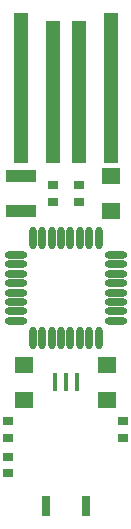
<source format=gtp>
G04*
G04 #@! TF.GenerationSoftware,Altium Limited,Altium Designer,21.0.9 (235)*
G04*
G04 Layer_Color=8421504*
%FSLAX25Y25*%
%MOIN*%
G70*
G04*
G04 #@! TF.SameCoordinates,DB5CEA20-A306-4327-B62D-959DDA491E44*
G04*
G04*
G04 #@! TF.FilePolarity,Positive*
G04*
G01*
G75*
%ADD18R,0.03543X0.02756*%
%ADD19R,0.05906X0.05512*%
%ADD20R,0.01181X0.06299*%
%ADD21R,0.09843X0.03937*%
%ADD22R,0.03150X0.06693*%
%ADD23O,0.02362X0.07677*%
%ADD24O,0.07677X0.02362*%
%ADD25R,0.05000X0.50000*%
%ADD26R,0.05000X0.47500*%
D18*
X4528Y20866D02*
D03*
Y26378D02*
D03*
X19455Y116929D02*
D03*
Y111417D02*
D03*
X27955Y116929D02*
D03*
Y111417D02*
D03*
X4528Y38189D02*
D03*
Y32677D02*
D03*
X42717Y38189D02*
D03*
Y32677D02*
D03*
D19*
X38583Y108268D02*
D03*
Y120079D02*
D03*
X37402Y57087D02*
D03*
Y45276D02*
D03*
X9843Y57087D02*
D03*
Y45276D02*
D03*
D20*
X27362Y51181D02*
D03*
X23622D02*
D03*
X19882D02*
D03*
D21*
X8661Y108268D02*
D03*
Y120079D02*
D03*
D22*
X16929Y9843D02*
D03*
X30315D02*
D03*
D23*
X12598Y99410D02*
D03*
X15748D02*
D03*
X18898D02*
D03*
X22047D02*
D03*
X25197D02*
D03*
X28346D02*
D03*
X31496D02*
D03*
X34646D02*
D03*
Y65945D02*
D03*
X31496D02*
D03*
X28346D02*
D03*
X25197D02*
D03*
X22047D02*
D03*
X18898D02*
D03*
X15748D02*
D03*
X12598D02*
D03*
D24*
X40354Y93701D02*
D03*
Y90551D02*
D03*
Y87402D02*
D03*
Y84252D02*
D03*
Y81102D02*
D03*
Y77953D02*
D03*
Y74803D02*
D03*
Y71653D02*
D03*
X6890D02*
D03*
Y74803D02*
D03*
Y77953D02*
D03*
Y81102D02*
D03*
Y84252D02*
D03*
Y87402D02*
D03*
Y90551D02*
D03*
Y93701D02*
D03*
D25*
X8705Y149358D02*
D03*
X38705D02*
D03*
D26*
X19455Y148108D02*
D03*
X27955D02*
D03*
M02*

</source>
